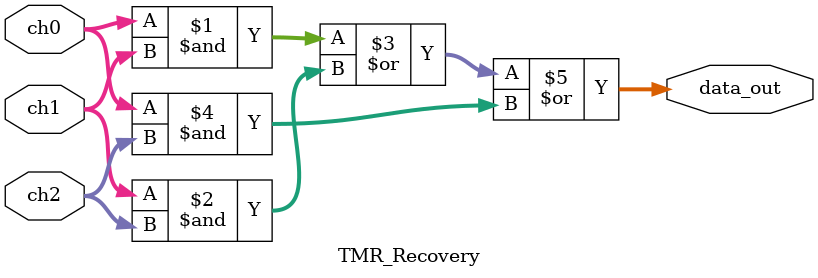
<source format=sv>
module TMR_Recovery #(parameter WIDTH=8) (
    input [WIDTH-1:0] ch0, ch1, ch2,
    output [WIDTH-1:0] data_out
);
    assign data_out = (ch0 & ch1) | (ch1 & ch2) | (ch0 & ch2);
endmodule

</source>
